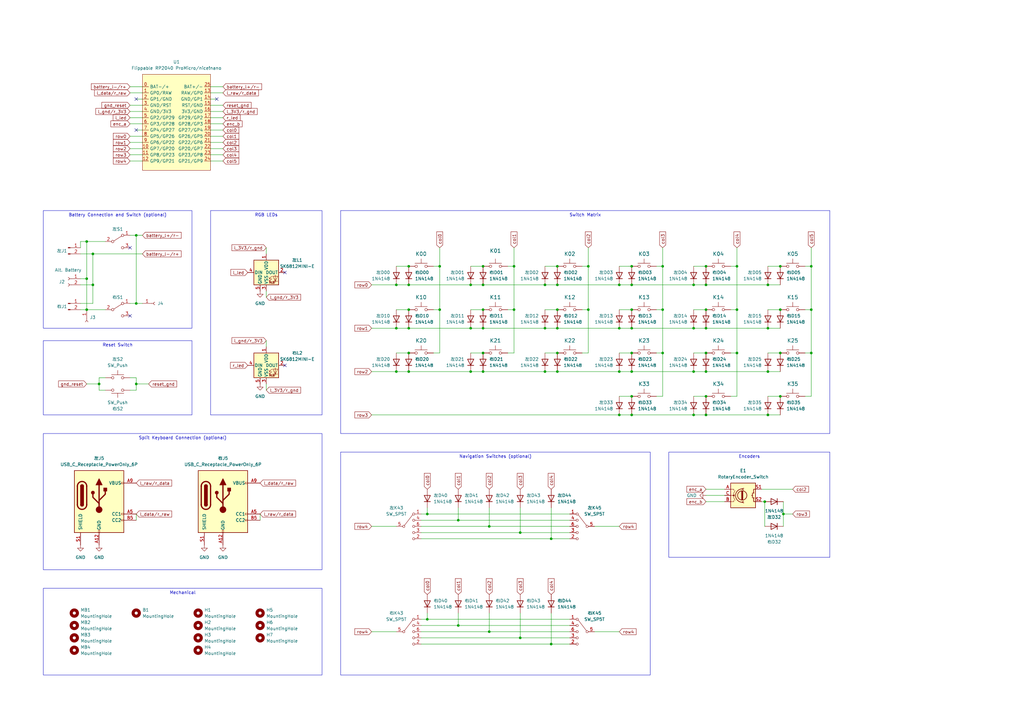
<source format=kicad_sch>
(kicad_sch (version 20230121) (generator eeschema)
  (paper "A3")
  (title_block (date "2024-02-09") (rev "rev1.0"))
  (junction (at 289.56 109.22))
  (junction (at 228.6 152.4))
  (junction (at 254 170.18))
  (junction (at 259.08 144.78))
  (junction (at 314.96 152.4))
  (junction (at 198.12 144.78))
  (junction (at 226.06 264.16))
  (junction (at 200.66 215.9))
  (junction (at 180.34 109.22))
  (junction (at 35.56 114.3))
  (junction (at 40.64 157.48))
  (junction (at 271.78 127))
  (junction (at 228.6 116.84))
  (junction (at 193.04 134.62))
  (junction (at 198.12 134.62))
  (junction (at 259.08 127))
  (junction (at 314.96 116.84))
  (junction (at 271.78 109.22))
  (junction (at 167.64 134.62))
  (junction (at 180.34 127))
  (junction (at 314.96 134.62))
  (junction (at 55.88 96.52))
  (junction (at 332.74 144.78))
  (junction (at 223.52 152.4))
  (junction (at 175.26 210.82))
  (junction (at 38.1 104.14))
  (junction (at 55.88 124.46))
  (junction (at 162.56 152.4))
  (junction (at 241.3 127))
  (junction (at 259.08 162.56))
  (junction (at 302.26 127))
  (junction (at 228.6 144.78))
  (junction (at 223.52 134.62))
  (junction (at 332.74 109.22))
  (junction (at 162.56 116.84))
  (junction (at 259.08 170.18))
  (junction (at 198.12 116.84))
  (junction (at 187.96 213.36))
  (junction (at 284.48 152.4))
  (junction (at 167.64 152.4))
  (junction (at 302.26 144.78))
  (junction (at 193.04 116.84))
  (junction (at 254 134.62))
  (junction (at 38.1 116.84))
  (junction (at 193.04 152.4))
  (junction (at 35.56 127))
  (junction (at 320.04 162.56))
  (junction (at 259.08 152.4))
  (junction (at 223.52 116.84))
  (junction (at 254 116.84))
  (junction (at 271.78 144.78))
  (junction (at 289.56 134.62))
  (junction (at 289.56 116.84))
  (junction (at 241.3 109.22))
  (junction (at 259.08 134.62))
  (junction (at 213.36 261.62))
  (junction (at 302.26 109.22))
  (junction (at 167.64 127))
  (junction (at 332.74 127))
  (junction (at 198.12 109.22))
  (junction (at 213.36 218.44))
  (junction (at 228.6 134.62))
  (junction (at 289.56 144.78))
  (junction (at 289.56 162.56))
  (junction (at 210.82 127))
  (junction (at 35.56 99.06))
  (junction (at 289.56 170.18))
  (junction (at 289.56 152.4))
  (junction (at 198.12 127))
  (junction (at 259.08 109.22))
  (junction (at 210.82 109.22))
  (junction (at 321.31 210.8062))
  (junction (at 320.04 127))
  (junction (at 228.6 127))
  (junction (at 167.64 144.78))
  (junction (at 167.64 109.22))
  (junction (at 187.96 256.54))
  (junction (at 167.64 116.84))
  (junction (at 198.12 152.4))
  (junction (at 284.48 170.18))
  (junction (at 228.6 109.22))
  (junction (at 314.96 170.18))
  (junction (at 284.48 116.84))
  (junction (at 162.56 134.62))
  (junction (at 175.26 254))
  (junction (at 320.04 144.78))
  (junction (at 55.88 157.48))
  (junction (at 259.08 116.84))
  (junction (at 313.6561 205.74))
  (junction (at 226.06 220.98))
  (junction (at 320.04 109.22))
  (junction (at 289.56 127))
  (junction (at 200.66 259.08))
  (junction (at 254 152.4))
  (junction (at 284.48 134.62))
  (no_connect (at 53.34 101.6))
  (no_connect (at 55.88 40.64))
  (no_connect (at 116.84 149.86))
  (no_connect (at 53.34 129.54))
  (no_connect (at 55.88 53.34))
  (no_connect (at 116.84 111.76))
  (no_connect (at 88.9 40.64))
  (wire (pts (xy 91.44 66.04) (xy 86.36 66.04)))
  (wire (pts (xy 314.96 170.18) (xy 320.04 170.18)))
  (wire (pts (xy 33.02 114.3) (xy 35.56 114.3)))
  (wire (pts (xy 172.72 218.44) (xy 213.36 218.44)))
  (wire (pts (xy 193.04 109.22) (xy 198.12 109.22)))
  (wire (pts (xy 314.96 144.78) (xy 320.04 144.78)))
  (wire (pts (xy 175.26 210.82) (xy 233.68 210.82)))
  (wire (pts (xy 241.3 101.6) (xy 241.3 109.22)))
  (wire (pts (xy 213.36 218.44) (xy 233.68 218.44)))
  (wire (pts (xy 55.88 96.52) (xy 55.88 124.46)))
  (wire (pts (xy 91.44 38.1) (xy 86.36 38.1)))
  (wire (pts (xy 314.96 134.62) (xy 320.04 134.62)))
  (wire (pts (xy 321.31 210.8062) (xy 321.31 215.9)))
  (wire (pts (xy 200.66 251.46) (xy 200.66 259.08)))
  (wire (pts (xy 55.88 160.02) (xy 53.34 160.02)))
  (wire (pts (xy 109.22 160.02) (xy 109.22 157.48)))
  (wire (pts (xy 200.66 259.08) (xy 233.68 259.08)))
  (wire (pts (xy 55.88 124.46) (xy 58.42 124.46)))
  (wire (pts (xy 223.52 144.78) (xy 228.6 144.78)))
  (wire (pts (xy 53.34 124.46) (xy 55.88 124.46)))
  (wire (pts (xy 33.02 116.84) (xy 38.1 116.84)))
  (wire (pts (xy 284.48 127) (xy 289.56 127)))
  (wire (pts (xy 332.74 144.78) (xy 330.2 144.78)))
  (wire (pts (xy 313.6561 205.74) (xy 313.6561 215.9)))
  (wire (pts (xy 332.74 109.22) (xy 332.74 127)))
  (wire (pts (xy 152.4 134.62) (xy 162.56 134.62)))
  (wire (pts (xy 162.56 215.9) (xy 152.4 215.9)))
  (wire (pts (xy 198.12 152.4) (xy 223.52 152.4)))
  (wire (pts (xy 314.96 127) (xy 320.04 127)))
  (wire (pts (xy 213.36 208.28) (xy 213.36 218.44)))
  (wire (pts (xy 109.22 101.6) (xy 109.22 104.14)))
  (wire (pts (xy 321.31 205.74) (xy 321.31 210.8062)))
  (wire (pts (xy 33.02 127) (xy 35.56 127)))
  (wire (pts (xy 162.56 134.62) (xy 167.64 134.62)))
  (wire (pts (xy 213.36 261.62) (xy 233.68 261.62)))
  (wire (pts (xy 223.52 109.22) (xy 228.6 109.22)))
  (wire (pts (xy 254 109.22) (xy 259.08 109.22)))
  (wire (pts (xy 271.78 162.56) (xy 269.24 162.56)))
  (wire (pts (xy 35.56 157.48) (xy 40.64 157.48)))
  (wire (pts (xy 162.56 109.22) (xy 167.64 109.22)))
  (wire (pts (xy 228.6 116.84) (xy 254 116.84)))
  (wire (pts (xy 284.48 109.22) (xy 289.56 109.22)))
  (wire (pts (xy 53.34 35.56) (xy 58.42 35.56)))
  (wire (pts (xy 226.06 208.28) (xy 226.06 220.98)))
  (wire (pts (xy 271.78 109.22) (xy 269.24 109.22)))
  (wire (pts (xy 210.82 127) (xy 208.28 127)))
  (wire (pts (xy 314.96 162.56) (xy 320.04 162.56)))
  (wire (pts (xy 152.4 170.18) (xy 254 170.18)))
  (wire (pts (xy 254 259.08) (xy 243.84 259.08)))
  (wire (pts (xy 106.68 210.82) (xy 106.68 213.36)))
  (wire (pts (xy 180.34 109.22) (xy 177.8 109.22)))
  (wire (pts (xy 325.12 200.66) (xy 312.42 200.66)))
  (wire (pts (xy 167.64 152.4) (xy 193.04 152.4)))
  (wire (pts (xy 314.96 109.22) (xy 320.04 109.22)))
  (wire (pts (xy 241.3 109.22) (xy 241.3 127)))
  (wire (pts (xy 210.82 101.6) (xy 210.82 109.22)))
  (wire (pts (xy 259.08 134.62) (xy 284.48 134.62)))
  (wire (pts (xy 40.64 160.02) (xy 43.18 160.02)))
  (wire (pts (xy 254 134.62) (xy 259.08 134.62)))
  (wire (pts (xy 271.78 144.78) (xy 271.78 162.56)))
  (wire (pts (xy 289.56 134.62) (xy 314.96 134.62)))
  (wire (pts (xy 53.34 63.5) (xy 58.42 63.5)))
  (wire (pts (xy 302.26 101.6) (xy 302.26 109.22)))
  (wire (pts (xy 210.82 144.78) (xy 208.28 144.78)))
  (wire (pts (xy 313.69 205.74) (xy 313.6561 205.74)))
  (wire (pts (xy 284.48 170.18) (xy 289.56 170.18)))
  (wire (pts (xy 200.66 208.28) (xy 200.66 215.9)))
  (wire (pts (xy 53.34 50.8) (xy 58.42 50.8)))
  (wire (pts (xy 259.08 116.84) (xy 284.48 116.84)))
  (wire (pts (xy 55.88 40.64) (xy 58.42 40.64)))
  (wire (pts (xy 314.96 152.4) (xy 320.04 152.4)))
  (wire (pts (xy 271.78 101.6) (xy 271.78 109.22)))
  (wire (pts (xy 254 144.78) (xy 259.08 144.78)))
  (wire (pts (xy 35.56 114.3) (xy 35.56 127)))
  (wire (pts (xy 226.06 251.46) (xy 226.06 264.16)))
  (wire (pts (xy 38.1 124.46) (xy 33.02 124.46)))
  (wire (pts (xy 162.56 144.78) (xy 167.64 144.78)))
  (wire (pts (xy 33.02 99.06) (xy 33.02 101.6)))
  (wire (pts (xy 241.3 144.78) (xy 238.76 144.78)))
  (wire (pts (xy 302.26 144.78) (xy 302.26 162.56)))
  (wire (pts (xy 332.74 162.56) (xy 330.2 162.56)))
  (wire (pts (xy 152.4 152.4) (xy 162.56 152.4)))
  (wire (pts (xy 55.88 96.52) (xy 53.34 96.52)))
  (wire (pts (xy 167.64 116.84) (xy 193.04 116.84)))
  (wire (pts (xy 180.34 101.6) (xy 180.34 109.22)))
  (wire (pts (xy 259.08 152.4) (xy 284.48 152.4)))
  (wire (pts (xy 35.56 127) (xy 43.18 127)))
  (wire (pts (xy 167.64 134.62) (xy 193.04 134.62)))
  (wire (pts (xy 302.26 144.78) (xy 299.72 144.78)))
  (wire (pts (xy 254 162.56) (xy 259.08 162.56)))
  (wire (pts (xy 302.26 127) (xy 302.26 144.78)))
  (wire (pts (xy 38.1 104.14) (xy 38.1 116.84)))
  (wire (pts (xy 55.88 154.94) (xy 53.34 154.94)))
  (wire (pts (xy 259.08 170.18) (xy 284.48 170.18)))
  (wire (pts (xy 55.88 96.52) (xy 58.42 96.52)))
  (wire (pts (xy 226.06 220.98) (xy 233.68 220.98)))
  (wire (pts (xy 162.56 152.4) (xy 167.64 152.4)))
  (wire (pts (xy 91.44 53.34) (xy 86.36 53.34)))
  (wire (pts (xy 223.52 152.4) (xy 228.6 152.4)))
  (wire (pts (xy 200.66 215.9) (xy 233.68 215.9)))
  (wire (pts (xy 180.34 109.22) (xy 180.34 127)))
  (wire (pts (xy 284.48 144.78) (xy 289.56 144.78)))
  (wire (pts (xy 228.6 134.62) (xy 254 134.62)))
  (wire (pts (xy 109.22 121.92) (xy 109.22 119.38)))
  (wire (pts (xy 91.44 43.18) (xy 86.36 43.18)))
  (wire (pts (xy 223.52 134.62) (xy 228.6 134.62)))
  (wire (pts (xy 86.36 45.72) (xy 91.44 45.72)))
  (wire (pts (xy 91.44 35.56) (xy 86.36 35.56)))
  (wire (pts (xy 314.96 116.84) (xy 320.04 116.84)))
  (wire (pts (xy 332.74 109.22) (xy 330.2 109.22)))
  (wire (pts (xy 172.72 220.98) (xy 226.06 220.98)))
  (wire (pts (xy 91.44 60.96) (xy 86.36 60.96)))
  (wire (pts (xy 53.34 48.26) (xy 58.42 48.26)))
  (wire (pts (xy 321.3238 210.82) (xy 321.31 210.8062)))
  (wire (pts (xy 284.48 162.56) (xy 289.56 162.56)))
  (wire (pts (xy 302.26 162.56) (xy 299.72 162.56)))
  (wire (pts (xy 187.96 213.36) (xy 233.68 213.36)))
  (wire (pts (xy 35.56 99.06) (xy 35.56 114.3)))
  (wire (pts (xy 60.96 157.48) (xy 55.88 157.48)))
  (wire (pts (xy 213.36 251.46) (xy 213.36 261.62)))
  (wire (pts (xy 193.04 152.4) (xy 198.12 152.4)))
  (wire (pts (xy 53.34 55.88) (xy 58.42 55.88)))
  (wire (pts (xy 332.74 127) (xy 332.74 144.78)))
  (wire (pts (xy 210.82 127) (xy 210.82 144.78)))
  (wire (pts (xy 172.72 264.16) (xy 226.06 264.16)))
  (wire (pts (xy 254 215.9) (xy 243.84 215.9)))
  (wire (pts (xy 289.56 170.18) (xy 314.96 170.18)))
  (wire (pts (xy 289.56 116.84) (xy 314.96 116.84)))
  (wire (pts (xy 180.34 127) (xy 180.34 144.78)))
  (wire (pts (xy 91.44 63.5) (xy 86.36 63.5)))
  (wire (pts (xy 187.96 251.46) (xy 187.96 256.54)))
  (wire (pts (xy 254 170.18) (xy 259.08 170.18)))
  (wire (pts (xy 175.26 210.82) (xy 172.72 210.82)))
  (wire (pts (xy 193.04 134.62) (xy 198.12 134.62)))
  (wire (pts (xy 302.26 109.22) (xy 299.72 109.22)))
  (wire (pts (xy 241.3 109.22) (xy 238.76 109.22)))
  (wire (pts (xy 226.06 264.16) (xy 233.68 264.16)))
  (wire (pts (xy 172.72 215.9) (xy 200.66 215.9)))
  (wire (pts (xy 55.88 53.34) (xy 58.42 53.34)))
  (wire (pts (xy 53.34 58.42) (xy 58.42 58.42)))
  (wire (pts (xy 162.56 116.84) (xy 167.64 116.84)))
  (wire (pts (xy 313.6561 205.74) (xy 312.42 205.74)))
  (wire (pts (xy 88.9 40.64) (xy 86.36 40.64)))
  (wire (pts (xy 172.72 261.62) (xy 213.36 261.62)))
  (wire (pts (xy 228.6 152.4) (xy 254 152.4)))
  (wire (pts (xy 53.34 60.96) (xy 58.42 60.96)))
  (wire (pts (xy 271.78 144.78) (xy 269.24 144.78)))
  (wire (pts (xy 271.78 127) (xy 271.78 144.78)))
  (wire (pts (xy 193.04 127) (xy 198.12 127)))
  (wire (pts (xy 284.48 116.84) (xy 289.56 116.84)))
  (wire (pts (xy 289.56 203.2) (xy 297.18 203.2)))
  (wire (pts (xy 175.26 254) (xy 175.26 251.46)))
  (wire (pts (xy 302.26 127) (xy 299.72 127)))
  (wire (pts (xy 55.88 210.82) (xy 55.88 213.36)))
  (wire (pts (xy 175.26 210.82) (xy 175.26 208.28)))
  (wire (pts (xy 187.96 208.28) (xy 187.96 213.36)))
  (wire (pts (xy 223.52 127) (xy 228.6 127)))
  (wire (pts (xy 172.72 254) (xy 175.26 254)))
  (wire (pts (xy 254 127) (xy 259.08 127)))
  (wire (pts (xy 187.96 256.54) (xy 233.68 256.54)))
  (wire (pts (xy 325.12 210.82) (xy 321.3238 210.82)))
  (wire (pts (xy 332.74 101.6) (xy 332.74 109.22)))
  (wire (pts (xy 289.56 205.74) (xy 297.18 205.74)))
  (wire (pts (xy 241.3 127) (xy 241.3 144.78)))
  (wire (pts (xy 53.34 45.72) (xy 58.42 45.72)))
  (wire (pts (xy 284.48 152.4) (xy 289.56 152.4)))
  (wire (pts (xy 109.22 139.7) (xy 109.22 142.24)))
  (wire (pts (xy 210.82 109.22) (xy 210.82 127)))
  (wire (pts (xy 332.74 127) (xy 330.2 127)))
  (wire (pts (xy 91.44 55.88) (xy 86.36 55.88)))
  (wire (pts (xy 254 152.4) (xy 259.08 152.4)))
  (wire (pts (xy 91.44 58.42) (xy 86.36 58.42)))
  (wire (pts (xy 33.02 99.06) (xy 35.56 99.06)))
  (wire (pts (xy 198.12 134.62) (xy 223.52 134.62)))
  (wire (pts (xy 210.82 109.22) (xy 208.28 109.22)))
  (wire (pts (xy 172.72 256.54) (xy 187.96 256.54)))
  (wire (pts (xy 271.78 127) (xy 269.24 127)))
  (wire (pts (xy 284.48 134.62) (xy 289.56 134.62)))
  (wire (pts (xy 35.56 99.06) (xy 43.18 99.06)))
  (wire (pts (xy 198.12 116.84) (xy 223.52 116.84)))
  (wire (pts (xy 91.44 50.8) (xy 86.36 50.8)))
  (wire (pts (xy 33.02 104.14) (xy 38.1 104.14)))
  (wire (pts (xy 162.56 127) (xy 167.64 127)))
  (wire (pts (xy 180.34 144.78) (xy 177.8 144.78)))
  (wire (pts (xy 271.78 109.22) (xy 271.78 127)))
  (wire (pts (xy 55.88 157.48) (xy 55.88 160.02)))
  (wire (pts (xy 40.64 154.94) (xy 40.64 157.48)))
  (wire (pts (xy 289.56 152.4) (xy 314.96 152.4)))
  (wire (pts (xy 53.34 43.18) (xy 58.42 43.18)))
  (wire (pts (xy 86.36 48.26) (xy 91.44 48.26)))
  (wire (pts (xy 175.26 254) (xy 233.68 254)))
  (wire (pts (xy 53.34 66.04) (xy 58.42 66.04)))
  (wire (pts (xy 332.74 144.78) (xy 332.74 162.56)))
  (wire (pts (xy 172.72 213.36) (xy 187.96 213.36)))
  (wire (pts (xy 180.34 127) (xy 177.8 127)))
  (wire (pts (xy 223.52 116.84) (xy 228.6 116.84)))
  (wire (pts (xy 162.56 259.08) (xy 152.4 259.08)))
  (wire (pts (xy 254 116.84) (xy 259.08 116.84)))
  (wire (pts (xy 40.64 154.94) (xy 43.18 154.94)))
  (wire (pts (xy 152.4 116.84) (xy 162.56 116.84)))
  (wire (pts (xy 302.26 109.22) (xy 302.26 127)))
  (wire (pts (xy 313.69 215.9) (xy 313.6561 215.9)))
  (wire (pts (xy 193.04 144.78) (xy 198.12 144.78)))
  (wire (pts (xy 55.88 154.94) (xy 55.88 157.48)))
  (wire (pts (xy 38.1 104.14) (xy 58.42 104.14)))
  (wire (pts (xy 38.1 116.84) (xy 38.1 124.46)))
  (wire (pts (xy 53.34 38.1) (xy 58.42 38.1)))
  (wire (pts (xy 193.04 116.84) (xy 198.12 116.84)))
  (wire (pts (xy 289.56 200.66) (xy 297.18 200.66)))
  (wire (pts (xy 241.3 127) (xy 238.76 127)))
  (wire (pts (xy 40.64 157.48) (xy 40.64 160.02)))
  (wire (pts (xy 172.72 259.08) (xy 200.66 259.08)))
  (text_box "Reset Switch\n" (at 17.78 139.7 0) (size 60.96 30.48) (effects (font (size 1.27 1.27)) (justify top)))
  (text_box "RGB LEDs" (at 86.36 86.36 0) (size 45.72 83.82) (effects (font (size 1.27 1.27)) (justify top)))
  (text_box "Encoders" (at 274.32 185.42 0) (size 66.04 43.18) (effects (font (size 1.27 1.27)) (justify top)))
  (text_box "Mechanical" (at 17.78 241.3 0) (size 114.3 35.56) (effects (font (size 1.27 1.27)) (justify top)))
  (text_box "Switch Matrix" (at 139.7 86.36 0) (size 200.66 91.44) (effects (font (size 1.27 1.27)) (justify top)))
  (text_box "Navigation Switches (optional)" (at 139.7 185.42 0) (size 127 91.44) (effects (font (size 1.27 1.27)) (justify top)))
  (text_box "Split Keyboard Connection (optional)" (at 17.78 177.8 0) (size 114.3 55.88) (effects (font (size 1.27 1.27)) (justify top)))
  (text_box "Battery Connection and Switch (optional)" (at 17.78 86.36 0) (size 60.96 48.26) (effects (font (size 1.27 1.27)) (justify top)))
  (global_label "row4" (shape input) (at 53.34 66.04 180) (property "Intersheetrefs" "${INTERSHEET_REFS}" (effects hide)))
  (global_label "row3" (shape input) (at 152.4 170.18 180) (property "Intersheetrefs" "${INTERSHEET_REFS}" (effects hide)))
  (global_label "gnd_reset" (shape input) (at 35.56 157.48 180) (property "Intersheetrefs" "${INTERSHEET_REFS}" (effects hide)))
  (global_label "enc_a" (shape input) (at 289.56 200.66 180) (property "Intersheetrefs" "${INTERSHEET_REFS}" (effects hide)))
  (global_label "col5" (shape input) (at 91.44 66.04 0) (property "Intersheetrefs" "${INTERSHEET_REFS}" (effects hide)))
  (global_label "row0" (shape input) (at 53.34 55.88 180) (property "Intersheetrefs" "${INTERSHEET_REFS}" (effects hide)))
  (global_label "battery_l+{slash}r-" (shape input) (at 58.42 96.52 0) (property "Intersheetrefs" "${INTERSHEET_REFS}" (effects hide)))
  (global_label "col3" (shape input) (at 213.36 243.84 90) (property "Intersheetrefs" "${INTERSHEET_REFS}" (effects hide)))
  (global_label "row0" (shape input) (at 152.4 116.84 180) (property "Intersheetrefs" "${INTERSHEET_REFS}" (effects hide)))
  (global_label "battery_l-{slash}r+" (shape input) (at 53.34 35.56 180) (property "Intersheetrefs" "${INTERSHEET_REFS}" (effects hide)))
  (global_label "l_3V3{slash}r_gnd" (shape input) (at 109.22 101.6 180) (property "Intersheetrefs" "${INTERSHEET_REFS}" (effects hide)))
  (global_label "row4" (shape input) (at 254 259.08 0) (property "Intersheetrefs" "${INTERSHEET_REFS}" (effects hide)))
  (global_label "reset_gnd" (shape input) (at 60.96 157.48 0) (property "Intersheetrefs" "${INTERSHEET_REFS}" (effects hide)))
  (global_label "col0" (shape input) (at 180.34 101.6 90) (property "Intersheetrefs" "${INTERSHEET_REFS}" (effects hide)))
  (global_label "row1" (shape input) (at 53.34 58.42 180) (property "Intersheetrefs" "${INTERSHEET_REFS}" (effects hide)))
  (global_label "col2" (shape input) (at 200.66 200.66 90) (property "Intersheetrefs" "${INTERSHEET_REFS}" (effects hide)))
  (global_label "l_led" (shape input) (at 53.34 48.26 180) (property "Intersheetrefs" "${INTERSHEET_REFS}" (effects hide)))
  (global_label "row4" (shape input) (at 152.4 259.08 180) (property "Intersheetrefs" "${INTERSHEET_REFS}" (effects hide)))
  (global_label "col4" (shape input) (at 226.06 243.84 90) (property "Intersheetrefs" "${INTERSHEET_REFS}" (effects hide)))
  (global_label "battery_l-{slash}r+" (shape input) (at 58.42 104.14 0) (property "Intersheetrefs" "${INTERSHEET_REFS}" (effects hide)))
  (global_label "col3" (shape input) (at 213.36 200.66 90) (property "Intersheetrefs" "${INTERSHEET_REFS}" (effects hide)))
  (global_label "col2" (shape input) (at 241.3 101.6 90) (property "Intersheetrefs" "${INTERSHEET_REFS}" (effects hide)))
  (global_label "l_data{slash}r_raw" (shape input) (at 106.68 198.12 0) (property "Intersheetrefs" "${INTERSHEET_REFS}" (effects hide)))
  (global_label "row2" (shape input) (at 53.34 60.96 180) (property "Intersheetrefs" "${INTERSHEET_REFS}" (effects hide)))
  (global_label "col2" (shape input) (at 91.44 58.42 0) (property "Intersheetrefs" "${INTERSHEET_REFS}" (effects hide)))
  (global_label "col5" (shape input) (at 332.74 101.6 90) (property "Intersheetrefs" "${INTERSHEET_REFS}" (effects hide)))
  (global_label "row4" (shape input) (at 152.4 215.9 180) (property "Intersheetrefs" "${INTERSHEET_REFS}" (effects hide)))
  (global_label "l_led" (shape input) (at 101.6 111.76 180) (property "Intersheetrefs" "${INTERSHEET_REFS}" (effects hide)))
  (global_label "row3" (shape input) (at 53.34 63.5 180) (property "Intersheetrefs" "${INTERSHEET_REFS}" (effects hide)))
  (global_label "l_data{slash}r_raw" (shape input) (at 55.88 210.82 0) (property "Intersheetrefs" "${INTERSHEET_REFS}" (effects hide)))
  (global_label "row4" (shape input) (at 254 215.9 0) (property "Intersheetrefs" "${INTERSHEET_REFS}" (effects hide)))
  (global_label "col4" (shape input) (at 91.44 63.5 0) (property "Intersheetrefs" "${INTERSHEET_REFS}" (effects hide)))
  (global_label "reset_gnd" (shape input) (at 91.44 43.18 0) (property "Intersheetrefs" "${INTERSHEET_REFS}" (effects hide)))
  (global_label "row1" (shape input) (at 152.4 134.62 180) (property "Intersheetrefs" "${INTERSHEET_REFS}" (effects hide)))
  (global_label "l_raw{slash}r_data" (shape input) (at 91.44 38.1 0) (property "Intersheetrefs" "${INTERSHEET_REFS}" (effects hide)))
  (global_label "row2" (shape input) (at 152.4 152.4 180) (property "Intersheetrefs" "${INTERSHEET_REFS}" (effects hide)))
  (global_label "l_3V3{slash}r_gnd" (shape input) (at 91.44 45.72 0) (property "Intersheetrefs" "${INTERSHEET_REFS}" (effects hide)))
  (global_label "enc_b" (shape input) (at 289.56 205.74 180) (property "Intersheetrefs" "${INTERSHEET_REFS}" (effects hide)))
  (global_label "col1" (shape input) (at 187.96 243.84 90) (property "Intersheetrefs" "${INTERSHEET_REFS}" (effects hide)))
  (global_label "col1" (shape input) (at 210.82 101.6 90) (property "Intersheetrefs" "${INTERSHEET_REFS}" (effects hide)))
  (global_label "col1" (shape input) (at 187.96 200.66 90) (property "Intersheetrefs" "${INTERSHEET_REFS}" (effects hide)))
  (global_label "enc_a" (shape input) (at 53.34 50.8 180) (property "Intersheetrefs" "${INTERSHEET_REFS}" (effects hide)))
  (global_label "l_gnd{slash}r_3V3" (shape input) (at 109.22 139.7 180) (property "Intersheetrefs" "${INTERSHEET_REFS}" (effects hide)))
  (global_label "r_led" (shape input) (at 101.6 149.86 180) (property "Intersheetrefs" "${INTERSHEET_REFS}" (effects hide)))
  (global_label "col4" (shape input) (at 226.06 200.66 90) (property "Intersheetrefs" "${INTERSHEET_REFS}" (effects hide)))
  (global_label "l_gnd{slash}r_3V3" (shape input) (at 109.22 121.92 0) (property "Intersheetrefs" "${INTERSHEET_REFS}" (effects hide)))
  (global_label "r_led" (shape input) (at 91.44 48.26 0) (property "Intersheetrefs" "${INTERSHEET_REFS}" (effects hide)))
  (global_label "row3" (shape input) (at 325.12 210.82 0) (property "Intersheetrefs" "${INTERSHEET_REFS}" (effects hide)))
  (global_label "l_3V3{slash}r_gnd" (shape input) (at 109.22 160.02 0) (property "Intersheetrefs" "${INTERSHEET_REFS}" (effects hide)))
  (global_label "col4" (shape input) (at 302.26 101.6 90) (property "Intersheetrefs" "${INTERSHEET_REFS}" (effects hide)))
  (global_label "gnd_reset" (shape input) (at 53.34 43.18 180) (property "Intersheetrefs" "${INTERSHEET_REFS}" (effects hide)))
  (global_label "col2" (shape input) (at 200.66 243.84 90) (property "Intersheetrefs" "${INTERSHEET_REFS}" (effects hide)))
  (global_label "enc_b" (shape input) (at 91.44 50.8 0) (property "Intersheetrefs" "${INTERSHEET_REFS}" (effects hide)))
  (global_label "col0" (shape input) (at 91.44 53.34 0) (property "Intersheetrefs" "${INTERSHEET_REFS}" (effects hide)))
  (global_label "l_gnd{slash}r_3V3" (shape input) (at 53.34 45.72 180) (property "Intersheetrefs" "${INTERSHEET_REFS}" (effects hide)))
  (global_label "battery_l+{slash}r-" (shape input) (at 91.44 35.56 0) (property "Intersheetrefs" "${INTERSHEET_REFS}" (effects hide)))
  (global_label "col2" (shape input) (at 325.12 200.66 0) (property "Intersheetrefs" "${INTERSHEET_REFS}" (effects hide)))
  (global_label "col3" (shape input) (at 91.44 60.96 0) (property "Intersheetrefs" "${INTERSHEET_REFS}" (effects hide)))
  (global_label "l_data{slash}r_raw" (shape input) (at 53.34 38.1 180) (property "Intersheetrefs" "${INTERSHEET_REFS}" (effects hide)))
  (global_label "col0" (shape input) (at 175.26 200.66 90) (property "Intersheetrefs" "${INTERSHEET_REFS}" (effects hide)))
  (global_label "col1" (shape input) (at 91.44 55.88 0) (property "Intersheetrefs" "${INTERSHEET_REFS}" (effects hide)))
  (global_label "col0" (shape input) (at 175.26 243.84 90) (property "Intersheetrefs" "${INTERSHEET_REFS}" (effects hide)))
  (global_label "col3" (shape input) (at 271.78 101.6 90) (property "Intersheetrefs" "${INTERSHEET_REFS}" (effects hide)))
  (global_label "l_raw{slash}r_data" (shape input) (at 106.68 210.82 0) (property "Intersheetrefs" "${INTERSHEET_REFS}" (effects hide)))
  (global_label "l_raw{slash}r_data" (shape input) (at 55.88 198.12 0) (property "Intersheetrefs" "${INTERSHEET_REFS}" (effects hide)))
  (symbol (lib_id "Switch:SW_Push") (at 325.12 162.56 0) (unit 1)
    (property "Reference" "K35" (at 325.12 157.48 0) (effects (font (size 1.524 1.524))))
    (property "Value" "KEYSW" (effects hide))
    (property "Footprint" "♥Project_Library:SW_choc_v1_HS_1u_Reversible" (effects hide))
  )
  (symbol (lib_id "Device:D") (at 254 130.81 270) (mirror x) (unit 1)
    (property "Reference" "左D13" (at 251.46 129.54 90) (effects (justify right)))
    (property "Value" "1N4148" (at 251.46 132.08 90) (effects (justify right)))
    (property "Footprint" "♥Project_Library:D_SOD-123" (effects hide))
    (property "Sim.Device" "D" (effects hide))
    (property "Sim.Pins" "1=K 2=A" (effects hide))
  )
  (symbol (lib_id "Mechanical:MountingHole") (at 30.48 261.62 0) (unit 1)
    (property "Reference" "MB3" (at 33.02 260.3499 0) (effects (justify left)))
    (property "Value" "MountingHole" (at 33.02 262.8899 0) (effects (justify left)))
    (property "Footprint" "beekeeb_lib:mousebites" (effects hide))
  )
  (symbol (lib_id "Device:D") (at 198.12 113.03 90) (unit 1)
    (property "Reference" "右D01" (at 200.66 111.76 90) (effects (justify right)))
    (property "Value" "1N4148" (at 200.66 114.3 90) (effects (justify right)))
    (property "Footprint" "♥Project_Library:D_SOD-123" (effects hide))
    (property "Sim.Device" "D" (effects hide))
    (property "Sim.Pins" "1=K 2=A" (effects hide))
  )
  (symbol (lib_id "♥Project_Library:SK6812MINI-E") (at 109.22 149.86 0) (unit 1)
    (property "Reference" "右L2" (at 121.92 144.78 0))
    (property "Value" "SK6812MINI-E" (at 121.92 147.32 0))
    (property "Footprint" "♥Project_Library:SK6812-MINI-E_Jumped_GND" (effects hide))
    (property "Datasheet" "https://cdn-shop.adafruit.com/product-files/2686/SK6812MINI_REV.01-1-2.pdf" (effects hide))
  )
  (symbol (lib_id "Device:D") (at 284.48 148.59 270) (mirror x) (unit 1)
    (property "Reference" "左D24" (at 281.94 147.32 90) (effects (justify right)))
    (property "Value" "1N4148" (at 281.94 149.86 90) (effects (justify right)))
    (property "Footprint" "♥Project_Library:D_SOD-123" (effects hide))
    (property "Sim.Device" "D" (effects hide))
    (property "Sim.Pins" "1=K 2=A" (effects hide))
  )
  (symbol (lib_id "Device:D") (at 320.04 166.37 90) (unit 1)
    (property "Reference" "右D35" (at 322.58 165.1 90) (effects (justify right)))
    (property "Value" "1N4148" (at 322.58 167.64 90) (effects (justify right)))
    (property "Footprint" "♥Project_Library:D_SOD-123" (effects hide))
    (property "Sim.Device" "D" (effects hide))
    (property "Sim.Pins" "1=K 2=A" (effects hide))
  )
  (symbol (lib_id "Connector:Conn_01x02_Pin") (at 27.94 101.6 0) (unit 1)
    (property "Reference" "左J1" (at 25.4 102.87 0))
    (property "Value" "Conn_01x02_Pin" (effects hide))
    (property "Footprint" "Connector_Molex:Molex_Pico-EZmate_78171-0002_1x02-1MP_P1.20mm_Vertical" (effects hide))
  )
  (symbol (lib_id "Device:D") (at 314.96 113.03 270) (mirror x) (unit 1)
    (property "Reference" "左D05" (at 312.42 111.76 90) (effects (justify right)))
    (property "Value" "1N4148" (at 312.42 114.3 90) (effects (justify right)))
    (property "Footprint" "♥Project_Library:D_SOD-123" (effects hide))
    (property "Sim.Device" "D" (effects hide))
    (property "Sim.Pins" "1=K 2=A" (effects hide))
  )
  (symbol (lib_id "Device:D") (at 317.5 205.74 0) (mirror y) (unit 1)
    (property "Reference" "左D32" (at 317.5 212.09 0))
    (property "Value" "1N4148" (at 317.5 209.55 0))
    (property "Footprint" "♥Project_Library:D_SOD-123" (effects hide))
    (property "Sim.Device" "D" (effects hide))
    (property "Sim.Pins" "1=K 2=A" (effects hide))
  )
  (symbol (lib_id "Switch:SW_Push") (at 48.26 154.94 0) (unit 1)
    (property "Reference" "左S2" (at 48.26 147.32 0))
    (property "Value" "SW_Push" (at 48.26 149.86 0))
    (property "Footprint" "Button_Switch_SMD:SW_SPST_TL3342" (effects hide))
  )
  (symbol (lib_id "Device:D") (at 289.56 113.03 90) (unit 1)
    (property "Reference" "右D04" (at 292.1 111.76 90) (effects (justify right)))
    (property "Value" "1N4148" (at 292.1 114.3 90) (effects (justify right)))
    (property "Footprint" "♥Project_Library:D_SOD-123" (effects hide))
    (property "Sim.Device" "D" (effects hide))
    (property "Sim.Pins" "1=K 2=A" (effects hide))
  )
  (symbol (lib_id "Switch:SW_SPDT") (at 48.26 127 0) (unit 1)
    (property "Reference" "右S1" (at 48.26 121.92 0))
    (property "Value" "SW_SPST" (effects hide))
    (property "Footprint" "♥Project_Library:SW_SPDT_PCM12_Reversible" (effects hide))
  )
  (symbol (lib_id "Device:D") (at 162.56 148.59 270) (mirror x) (unit 1)
    (property "Reference" "左D20" (at 160.02 147.32 90) (effects (justify right)))
    (property "Value" "1N4148" (at 160.02 149.86 90) (effects (justify right)))
    (property "Footprint" "♥Project_Library:D_SOD-123" (effects hide))
    (property "Sim.Device" "D" (effects hide))
    (property "Sim.Pins" "1=K 2=A" (effects hide))
  )
  (symbol (lib_id "Device:D") (at 193.04 130.81 270) (mirror x) (unit 1)
    (property "Reference" "左D11" (at 190.5 129.54 90) (effects (justify right)))
    (property "Value" "1N4148" (at 190.5 132.08 90) (effects (justify right)))
    (property "Footprint" "♥Project_Library:D_SOD-123" (effects hide))
    (property "Sim.Device" "D" (effects hide))
    (property "Sim.Pins" "1=K 2=A" (effects hide))
  )
  (symbol (lib_id "Device:D") (at 320.04 148.59 90) (unit 1)
    (property "Reference" "右D25" (at 322.58 147.32 90) (effects (justify right)))
    (property "Value" "1N4148" (at 322.58 149.86 90) (effects (justify right)))
    (property "Footprint" "♥Project_Library:D_SOD-123" (effects hide))
    (property "Sim.Device" "D" (effects hide))
    (property "Sim.Pins" "1=K 2=A" (effects hide))
  )
  (symbol (lib_id "Switch:SW_Push") (at 294.64 144.78 0) (unit 1)
    (property "Reference" "K24" (at 294.64 139.7 0) (effects (font (size 1.524 1.524))))
    (property "Value" "KEYSW" (effects hide))
    (property "Footprint" "♥Project_Library:SW_choc_v1_HS_1u_Reversible" (effects hide))
  )
  (symbol (lib_id "Mechanical:MountingHole") (at 106.68 256.54 0) (unit 1)
    (property "Reference" "H6" (at 109.22 255.2699 0) (effects (justify left)))
    (property "Value" "MountingHole" (at 109.22 257.8099 0) (effects (justify left)))
    (property "Footprint" "MountingHole:MountingHole_2.2mm_M2" (effects hide))
  )
  (symbol (lib_id "Switch:SW_Push") (at 172.72 109.22 0) (unit 1)
    (property "Reference" "K00" (at 172.72 104.14 0) (effects (font (size 1.524 1.524))))
    (property "Value" "KEYSW" (effects hide))
    (property "Footprint" "♥Project_Library:SW_choc_v1_HS_1u_Reversible_Opposing" (effects hide))
  )
  (symbol (lib_id "Mechanical:MountingHole") (at 81.28 266.7 0) (unit 1)
    (property "Reference" "H4" (at 83.82 265.4299 0) (effects (justify left)))
    (property "Value" "MountingHole" (at 83.82 267.9699 0) (effects (justify left)))
    (property "Footprint" "MountingHole:MountingHole_2.2mm_M2" (effects hide))
  )
  (symbol (lib_id "power:GND") (at 106.68 157.48 0) (unit 1)
    (property "Reference" "#PWR02" (effects hide))
    (property "Value" "GND" (at 106.68 162.56 0))
  )
  (symbol (lib_id "Device:D") (at 284.48 130.81 270) (mirror x) (unit 1)
    (property "Reference" "左D14" (at 281.94 129.54 90) (effects (justify right)))
    (property "Value" "1N4148" (at 281.94 132.08 90) (effects (justify right)))
    (property "Footprint" "♥Project_Library:D_SOD-123" (effects hide))
    (property "Sim.Device" "D" (effects hide))
    (property "Sim.Pins" "1=K 2=A" (effects hide))
  )
  (symbol (lib_id "Switch:SW_Push") (at 325.12 127 0) (unit 1)
    (property "Reference" "K15" (at 325.12 121.92 0) (effects (font (size 1.524 1.524))))
    (property "Value" "KEYSW" (effects hide))
    (property "Footprint" "♥Project_Library:SW_choc_v1_HS_1u_Reversible" (effects hide))
  )
  (symbol (lib_id "Device:D") (at 259.08 148.59 90) (unit 1)
    (property "Reference" "右D23" (at 261.62 147.32 90) (effects (justify right)))
    (property "Value" "1N4148" (at 261.62 149.86 90) (effects (justify right)))
    (property "Footprint" "♥Project_Library:D_SOD-123" (effects hide))
    (property "Sim.Device" "D" (effects hide))
    (property "Sim.Pins" "1=K 2=A" (effects hide))
  )
  (symbol (lib_id "Device:D") (at 228.6 130.81 90) (unit 1)
    (property "Reference" "右D12" (at 231.14 129.54 90) (effects (justify right)))
    (property "Value" "1N4148" (at 231.14 132.08 90) (effects (justify right)))
    (property "Footprint" "♥Project_Library:D_SOD-123" (effects hide))
    (property "Sim.Device" "D" (effects hide))
    (property "Sim.Pins" "1=K 2=A" (effects hide))
  )
  (symbol (lib_id "Device:D") (at 200.66 204.47 90) (unit 1)
    (property "Reference" "左D42" (at 203.2 203.2 90) (effects (justify right)))
    (property "Value" "1N4148" (at 203.2 205.74 90) (effects (justify right)))
    (property "Footprint" "♥Project_Library:D_SOD-123" (effects hide))
    (property "Sim.Device" "D" (effects hide))
    (property "Sim.Pins" "1=K 2=A" (effects hide))
  )
  (symbol (lib_id "Mechanical:MountingHole") (at 30.48 256.54 0) (unit 1)
    (property "Reference" "MB2" (at 33.02 255.2699 0) (effects (justify left)))
    (property "Value" "MountingHole" (at 33.02 257.8099 0) (effects (justify left)))
    (property "Footprint" "beekeeb_lib:mousebites" (effects hide))
  )
  (symbol (lib_id "Mechanical:MountingHole") (at 106.68 261.62 0) (unit 1)
    (property "Reference" "H7" (at 109.22 260.3499 0) (effects (justify left)))
    (property "Value" "MountingHole" (at 109.22 262.8899 0) (effects (justify left)))
    (property "Footprint" "MountingHole:MountingHole_2.2mm_M2" (effects hide))
  )
  (symbol (lib_id "Mechanical:MountingHole") (at 81.28 256.54 0) (unit 1)
    (property "Reference" "H2" (at 83.82 255.2699 0) (effects (justify left)))
    (property "Value" "MountingHole" (at 83.82 257.8099 0) (effects (justify left)))
    (property "Footprint" "MountingHole:MountingHole_2.2mm_M2" (effects hide))
  )
  (symbol (lib_id "Mechanical:MountingHole") (at 106.68 251.46 0) (unit 1)
    (property "Reference" "H5" (at 109.22 250.1899 0) (effects (justify left)))
    (property "Value" "MountingHole" (at 109.22 252.7299 0) (effects (justify left)))
    (property "Footprint" "MountingHole:MountingHole_2.2mm_M2" (effects hide))
  )
  (symbol (lib_id "Device:D") (at 200.66 247.65 90) (unit 1)
    (property "Reference" "右D42" (at 203.2 246.38 90) (effects (justify right)))
    (property "Value" "1N4148" (at 203.2 248.92 90) (effects (justify right)))
    (property "Footprint" "♥Project_Library:D_SOD-123" (effects hide))
    (property "Sim.Device" "D" (effects hide))
    (property "Sim.Pins" "1=K 2=A" (effects hide))
  )
  (symbol (lib_id "Switch:SW_Push") (at 264.16 109.22 0) (unit 1)
    (property "Reference" "K03" (at 264.16 104.14 0) (effects (font (size 1.524 1.524))))
    (property "Value" "KEYSW" (effects hide))
    (property "Footprint" "♥Project_Library:SW_choc_v1_HS_1u_Reversible" (effects hide))
  )
  (symbol (lib_id "power:GND") (at 289.56 203.2 270) (unit 1)
    (property "Reference" "#PWR05" (effects hide))
    (property "Value" "GND" (at 285.75 203.2 90) (effects (justify right)))
  )
  (symbol (lib_id "Device:D") (at 213.36 204.47 90) (unit 1)
    (property "Reference" "左D43" (at 215.9 203.2 90) (effects (justify right)))
    (property "Value" "1N4148" (at 215.9 205.74 90) (effects (justify right)))
    (property "Footprint" "♥Project_Library:D_SOD-123" (effects hide))
    (property "Sim.Device" "D" (effects hide))
    (property "Sim.Pins" "1=K 2=A" (effects hide))
  )
  (symbol (lib_id "Device:D") (at 223.52 148.59 270) (mirror x) (unit 1)
    (property "Reference" "左D22" (at 220.98 147.32 90) (effects (justify right)))
    (property "Value" "1N4148" (at 220.98 149.86 90) (effects (justify right)))
    (property "Footprint" "♥Project_Library:D_SOD-123" (effects hide))
    (property "Sim.Device" "D" (effects hide))
    (property "Sim.Pins" "1=K 2=A" (effects hide))
  )
  (symbol (lib_id "power:GND") (at 106.68 119.38 0) (unit 1)
    (property "Reference" "#PWR01" (effects hide))
    (property "Value" "GND" (at 106.68 124.46 0))
  )
  (symbol (lib_id "♥Project_Library:SW_SP5T") (at 167.64 213.36 0) (unit 1)
    (property "Reference" "左K43" (at 162.56 208.28 0))
    (property "Value" "SW_SP5T" (at 162.56 210.82 0))
    (property "Footprint" "♥Project_Library:Nav_Switch_SKRHAxE010" (effects hide))
  )
  (symbol (lib_id "Switch:SW_Push") (at 233.68 109.22 0) (unit 1)
    (property "Reference" "K02" (at 233.68 104.14 0) (effects (font (size 1.524 1.524))))
    (property "Value" "KEYSW" (effects hide))
    (property "Footprint" "♥Project_Library:SW_choc_v1_HS_1u_Reversible" (effects hide))
  )
  (symbol (lib_id "Switch:SW_Push") (at 203.2 127 0) (unit 1)
    (property "Reference" "K11" (at 203.2 121.92 0) (effects (font (size 1.524 1.524))))
    (property "Value" "KEYSW" (effects hide))
    (property "Footprint" "♥Project_Library:SW_choc_v1_HS_1u_Reversible_Opposing" (effects hide))
  )
  (symbol (lib_name "GND_1") (lib_id "power:GND") (at 33.02 223.52 0) (unit 1)
    (property "Reference" "#PWR03" (effects hide))
    (property "Value" "GND" (at 33.02 228.6 0))
  )
  (symbol (lib_id "Device:D") (at 254 166.37 270) (mirror x) (unit 1)
    (property "Reference" "左D33" (at 251.46 165.1 90) (effects (justify right)))
    (property "Value" "1N4148" (at 251.46 167.64 90) (effects (justify right)))
    (property "Footprint" "♥Project_Library:D_SOD-123" (effects hide))
    (property "Sim.Device" "D" (effects hide))
    (property "Sim.Pins" "1=K 2=A" (effects hide))
  )
  (symbol (lib_id "Switch:SW_Push") (at 233.68 144.78 0) (unit 1)
    (property "Reference" "K22" (at 233.68 139.7 0) (effects (font (size 1.524 1.524))))
    (property "Value" "KEYSW" (effects hide))
    (property "Footprint" "♥Project_Library:SW_choc_v1_HS_1u_Reversible" (effects hide))
  )
  (symbol (lib_id "♥Project_Library:SW_SP5T") (at 167.64 256.54 0) (unit 1)
    (property "Reference" "右K43" (at 162.56 251.46 0))
    (property "Value" "SW_SP5T" (at 162.56 254 0))
    (property "Footprint" "♥Project_Library:Nav_Switch_SKRHAxE010" (effects hide))
  )
  (symbol (lib_id "Mechanical:MountingHole") (at 30.48 251.46 0) (unit 1)
    (property "Reference" "MB1" (at 33.02 250.1899 0) (effects (justify left)))
    (property "Value" "MountingHole" (at 33.02 252.7299 0) (effects (justify left)))
    (property "Footprint" "beekeeb_lib:mousebites" (effects hide))
  )
  (symbol (lib_id "Device:D") (at 175.26 204.47 90) (unit 1)
    (property "Reference" "左D40" (at 177.8 203.2 90) (effects (justify right)))
    (property "Value" "1N4148" (at 177.8 205.74 90) (effects (justify right)))
    (property "Footprint" "♥Project_Library:D_SOD-123" (effects hide))
    (property "Sim.Device" "D" (effects hide))
    (property "Sim.Pins" "1=K 2=A" (effects hide))
  )
  (symbol (lib_id "Switch:SW_SPDT") (at 48.26 99.06 0) (unit 1)
    (property "Reference" "左S1" (at 48.26 93.98 0))
    (property "Value" "SW_SPST" (effects hide))
    (property "Footprint" "♥Project_Library:SW_SPDT_PCM12_Reversible" (effects hide))
  )
  (symbol (lib_id "Switch:SW_Push") (at 294.64 109.22 0) (unit 1)
    (property "Reference" "K04" (at 294.64 104.14 0) (effects (font (size 1.524 1.524))))
    (property "Value" "KEYSW" (effects hide))
    (property "Footprint" "♥Project_Library:SW_choc_v1_HS_1u_Reversible" (effects hide))
  )
  (symbol (lib_id "Device:D") (at 226.06 247.65 90) (unit 1)
    (property "Reference" "右D44" (at 228.6 246.38 90) (effects (justify right)))
    (property "Value" "1N4148" (at 228.6 248.92 90) (effects (justify right)))
    (property "Footprint" "♥Project_Library:D_SOD-123" (effects hide))
    (property "Sim.Device" "D" (effects hide))
    (property "Sim.Pins" "1=K 2=A" (effects hide))
  )
  (symbol (lib_id "Device:D") (at 223.52 130.81 270) (mirror x) (unit 1)
    (property "Reference" "左D12" (at 220.98 129.54 90) (effects (justify right)))
    (property "Value" "1N4148" (at 220.98 132.08 90) (effects (justify right)))
    (property "Footprint" "♥Project_Library:D_SOD-123" (effects hide))
    (property "Sim.Device" "D" (effects hide))
    (property "Sim.Pins" "1=K 2=A" (effects hide))
  )
  (symbol (lib_id "Device:D") (at 254 148.59 270) (mirror x) (unit 1)
    (property "Reference" "左D23" (at 251.46 147.32 90) (effects (justify right)))
    (property "Value" "1N4148" (at 251.46 149.86 90) (effects (justify right)))
    (property "Footprint" "♥Project_Library:D_SOD-123" (effects hide))
    (property "Sim.Device" "D" (effects hide))
    (property "Sim.Pins" "1=K 2=A" (effects hide))
  )
  (symbol (lib_id "♥Project_Library:SW_SP5T") (at 238.76 213.36 0) (mirror y) (unit 1)
    (property "Reference" "左K45" (at 243.84 208.28 0))
    (property "Value" "SW_SP5T" (at 243.84 210.82 0))
    (property "Footprint" "♥Project_Library:Nav_Switch_SKRHAxE010" (effects hide))
  )
  (symbol (lib_id "Device:D") (at 167.64 148.59 90) (unit 1)
    (property "Reference" "右D20" (at 170.18 147.32 90) (effects (justify right)))
    (property "Value" "1N4148" (at 170.18 149.86 90) (effects (justify right)))
    (property "Footprint" "♥Project_Library:D_SOD-123" (effects hide))
    (property "Sim.Device" "D" (effects hide))
    (property "Sim.Pins" "1=K 2=A" (effects hide))
  )
  (symbol (lib_id "Switch:SW_Push") (at 264.16 162.56 0) (unit 1)
    (property "Reference" "K33" (at 264.16 157.48 0) (effects (font (size 1.524 1.524))))
    (property "Value" "KEYSW" (effects hide))
    (property "Footprint" "♥Project_Library:SW_choc_v1_HS_1u_Reversible" (effects hide))
  )
  (symbol (lib_id "Device:D") (at 167.64 113.03 90) (unit 1)
    (property "Reference" "右D00" (at 170.18 111.76 90) (effects (justify right)))
    (property "Value" "1N4148" (at 170.18 114.3 90) (effects (justify right)))
    (property "Footprint" "♥Project_Library:D_SOD-123" (effects hide))
    (property "Sim.Device" "D" (effects hide))
    (property "Sim.Pins" "1=K 2=A" (effects hide))
  )
  (symbol (lib_name "GND_1") (lib_id "power:GND") (at 91.44 223.52 0) (unit 1)
    (property "Reference" "#PWR08" (effects hide))
    (property "Value" "GND" (at 91.44 228.6 0))
  )
  (symbol (lib_id "Device:D") (at 213.36 247.65 90) (unit 1)
    (property "Reference" "右D43" (at 215.9 246.38 90) (effects (justify right)))
    (property "Value" "1N4148" (at 215.9 248.92 90) (effects (justify right)))
    (property "Footprint" "♥Project_Library:D_SOD-123" (effects hide))
    (property "Sim.Device" "D" (effects hide))
    (property "Sim.Pins" "1=K 2=A" (effects hide))
  )
  (symbol (lib_id "Device:D") (at 259.08 113.03 90) (unit 1)
    (property "Reference" "右D03" (at 261.62 111.76 90) (effects (justify right)))
    (property "Value" "1N4148" (at 261.62 114.3 90) (effects (justify right)))
    (property "Footprint" "♥Project_Library:D_SOD-123" (effects hide))
    (property "Sim.Device" "D" (effects hide))
    (property "Sim.Pins" "1=K 2=A" (effects hide))
  )
  (symbol (lib_id "Connector:USB_C_Receptacle_PowerOnly_6P") (at 91.44 205.74 0) (unit 1)
    (property "Reference" "右J5" (at 91.44 187.96 0))
    (property "Value" "USB_C_Receptacle_PowerOnly_6P" (at 91.44 190.5 0))
    (property "Footprint" "♥Project_Library:CUI_UJC-HP-L-G-5-MSMT-TR_Reversible_Optional" (effects hide))
    (property "Datasheet" "https://www.usb.org/sites/default/files/documents/usb_type-c.zip" (effects hide))
  )
  (symbol (lib_id "Connector:Conn_01x01_Socket") (at 35.56 132.08 270) (unit 1)
    (property "Reference" "J3" (at 36.83 130.175 90) (effects (justify left)))
    (property "Value" "Conn_01x01_Socket" (effects hide))
    (property "Footprint" "beekeeb_lib:SinglePad" (effects hide))
  )
  (symbol (lib_id "Connector:Conn_01x02_Socket") (at 27.94 114.3 0) (mirror y) (unit 1)
    (property "Reference" "J2" (at 25.4 115.57 0))
    (property "Value" "Alt. Battery" (at 27.94 110.744 0))
    (property "Footprint" "Connector_PinHeader_2.54mm:PinHeader_1x02_P2.54mm_Vertical" (effects hide))
  )
  (symbol (lib_id "Device:D") (at 259.08 166.37 90) (unit 1)
    (property "Reference" "右D33" (at 261.62 165.1 90) (effects (justify right)))
    (property "Value" "1N4148" (at 261.62 167.64 90) (effects (justify right)))
    (property "Footprint" "♥Project_Library:D_SOD-123" (effects hide))
    (property "Sim.Device" "D" (effects hide))
    (property "Sim.Pins" "1=K 2=A" (effects hide))
  )
  (symbol (lib_id "Connector:Conn_01x02_Pin") (at 27.94 124.46 0) (unit 1)
    (property "Reference" "右J1" (at 25.4 125.73 0))
    (property "Value" "Conn_01x02_Pin" (effects hide))
    (property "Footprint" "Connector_Molex:Molex_Pico-EZmate_78171-0002_1x02-1MP_P1.20mm_Vertical" (effects hide))
  )
  (symbol (lib_id "Device:D") (at 167.64 130.81 90) (unit 1)
    (property "Reference" "右D10" (at 170.18 129.54 90) (effects (justify right)))
    (property "Value" "1N4148" (at 170.18 132.08 90) (effects (justify right)))
    (property "Footprint" "♥Project_Library:D_SOD-123" (effects hide))
    (property "Sim.Device" "D" (effects hide))
    (property "Sim.Pins" "1=K 2=A" (effects hide))
  )
  (symbol (lib_id "Device:D") (at 320.04 130.81 90) (unit 1)
    (property "Reference" "右D15" (at 322.58 129.54 90) (effects (justify right)))
    (property "Value" "1N4148" (at 322.58 132.08 90) (effects (justify right)))
    (property "Footprint" "♥Project_Library:D_SOD-123" (effects hide))
    (property "Sim.Device" "D" (effects hide))
    (property "Sim.Pins" "1=K 2=A" (effects hide))
  )
  (symbol (lib_id "Device:D") (at 228.6 148.59 90) (unit 1)
    (property "Reference" "右D22" (at 231.14 147.32 90) (effects (justify right)))
    (property "Value" "1N4148" (at 231.14 149.86 90) (effects (justify right)))
    (property "Footprint" "♥Project_Library:D_SOD-123" (effects hide))
    (property "Sim.Device" "D" (effects hide))
    (property "Sim.Pins" "1=K 2=A" (effects hide))
  )
  (symbol (lib_id "Device:D") (at 289.56 166.37 90) (unit 1)
    (property "Reference" "右D34" (at 292.1 165.1 90) (effects (justify right)))
    (property "Value" "1N4148" (at 292.1 167.64 90) (effects (justify right)))
    (property "Footprint" "♥Project_Library:D_SOD-123" (effects hide))
    (property "Sim.Device" "D" (effects hide))
    (property "Sim.Pins" "1=K 2=A" (effects hide))
  )
  (symbol (lib_id "Device:D") (at 259.08 130.81 90) (unit 1)
    (property "Reference" "右D13" (at 261.62 129.54 90) (effects (justify right)))
    (property "Value" "1N4148" (at 261.62 132.08 90) (effects (justify right)))
    (property "Footprint" "♥Project_Library:D_SOD-123" (effects hide))
    (property "Sim.Device" "D" (effects hide))
    (property "Sim.Pins" "1=K 2=A" (effects hide))
  )
  (symbol (lib_id "Switch:SW_Push") (at 172.72 144.78 0) (unit 1)
    (property "Reference" "K20" (at 172.72 139.7 0) (effects (font (size 1.524 1.524))))
    (property "Value" "KEYSW" (effects hide))
    (property "Footprint" "♥Project_Library:SW_choc_v1_HS_1u_Reversible_Opposing" (effects hide))
  )
  (symbol (lib_id "Device:D") (at 314.96 148.59 270) (mirror x) (unit 1)
    (property "Reference" "左D25" (at 312.42 147.32 90) (effects (justify right)))
    (property "Value" "1N4148" (at 312.42 149.86 90) (effects (justify right)))
    (property "Footprint" "♥Project_Library:D_SOD-123" (effects hide))
    (property "Sim.Device" "D" (effects hide))
    (property "Sim.Pins" "1=K 2=A" (effects hide))
  )
  (symbol (lib_id "Device:D") (at 289.56 148.59 90) (unit 1)
    (property "Reference" "右D24" (at 292.1 147.32 90) (effects (justify right)))
    (property "Value" "1N4148" (at 292.1 149.86 90) (effects (justify right)))
    (property "Footprint" "♥Project_Library:D_SOD-123" (effects hide))
    (property "Sim.Device" "D" (effects hide))
    (property "Sim.Pins" "1=K 2=A" (effects hide))
  )
  (symbol (lib_name "GND_1") (lib_id "power:GND") (at 83.82 223.52 0) (unit 1)
    (property "Reference" "#PWR04" (effects hide))
    (property "Value" "GND" (at 83.82 228.6 0))
  )
  (symbol (lib_id "Device:D") (at 198.12 130.81 90) (unit 1)
    (property "Reference" "右D11" (at 200.66 129.54 90) (effects (justify right)))
    (property "Value" "1N4148" (at 200.66 132.08 90) (effects (justify right)))
    (property "Footprint" "♥Project_Library:D_SOD-123" (effects hide))
    (property "Sim.Device" "D" (effects hide))
    (property "Sim.Pins" "1=K 2=A" (effects hide))
  )
  (symbol (lib_id "Switch:SW_Push") (at 264.16 144.78 0) (unit 1)
    (property "Reference" "K23" (at 264.16 139.7 0) (effects (font (size 1.524 1.524))))
    (property "Value" "KEYSW" (effects hide))
    (property "Footprint" "♥Project_Library:SW_choc_v1_HS_1u_Reversible" (effects hide))
  )
  (symbol (lib_id "Connector:Conn_01x01_Socket") (at 63.5 124.46 0) (unit 1)
    (property "Reference" "J4" (at 64.6 124.46 0) (effects (justify left)))
    (property "Value" "Conn_01x01_Socket" (effects hide))
    (property "Footprint" "beekeeb_lib:SinglePad" (effects hide))
  )
  (symbol (lib_id "Switch:SW_Push") (at 172.72 127 0) (unit 1)
    (property "Reference" "K10" (at 172.72 121.92 0) (effects (font (size 1.524 1.524))))
    (property "Value" "KEYSW" (effects hide))
    (property "Footprint" "♥Project_Library:SW_choc_v1_HS_1u_Reversible_Opposing" (effects hide))
  )
  (symbol (lib_id "Switch:SW_Push") (at 203.2 109.22 0) (unit 1)
    (property "Reference" "K01" (at 203.2 102.87 0) (effects (font (size 1.524 1.524))))
    (property "Value" "KEYSW" (effects hide))
    (property "Footprint" "♥Project_Library:SW_choc_v1_HS_1u_Reversible_Opposing" (effects hide))
  )
  (symbol (lib_id "♥Project_Library:SK6812MINI-E") (at 109.22 111.76 0) (unit 1)
    (property "Reference" "左L1" (at 121.92 106.68 0))
    (property "Value" "SK6812MINI-E" (at 121.92 109.22 0))
    (property "Footprint" "♥Project_Library:SK6812-MINI-E_Jumped_GND" (effects hide))
    (property "Datasheet" "https://cdn-shop.adafruit.com/product-files/2686/SK6812MINI_REV.01-1-2.pdf" (effects hide))
  )
  (symbol (lib_id "Device:D") (at 314.96 166.37 270) (mirror x) (unit 1)
    (property "Reference" "左D35" (at 312.42 165.1 90) (effects (justify right)))
    (property "Value" "1N4148" (at 312.42 167.64 90) (effects (justify right)))
    (property "Footprint" "♥Project_Library:D_SOD-123" (effects hide))
    (property "Sim.Device" "D" (effects hide))
    (property "Sim.Pins" "1=K 2=A" (effects hide))
  )
  (symbol (lib_id "Device:D") (at 162.56 130.81 270) (mirror x) (unit 1)
    (property "Reference" "左D10" (at 160.02 129.54 90) (effects (justify right)))
    (property "Value" "1N4148" (at 160.02 132.08 90) (effects (justify right)))
    (property "Footprint" "♥Project_Library:D_SOD-123" (effects hide))
    (property "Sim.Device" "D" (effects hide))
    (property "Sim.Pins" "1=K 2=A" (effects hide))
  )
  (symbol (lib_id "Device:D") (at 162.56 113.03 270) (mirror x) (unit 1)
    (property "Reference" "左D00" (at 160.02 111.76 90) (effects (justify right)))
    (property "Value" "1N4148" (at 160.02 114.3 90) (effects (justify right)))
    (property "Footprint" "♥Project_Library:D_SOD-123" (effects hide))
    (property "Sim.Device" "D" (effects hide))
    (property "Sim.Pins" "1=K 2=A" (effects hide))
  )
  (symbol (lib_id "Device:D") (at 226.06 204.47 90) (unit 1)
    (property "Reference" "左D44" (at 228.6 203.2 90) (effects (justify right)))
    (property "Value" "1N4148" (at 228.6 205.74 90) (effects (justify right)))
    (property "Footprint" "♥Project_Library:D_SOD-123" (effects hide))
    (property "Sim.Device" "D" (effects hide))
    (property "Sim.Pins" "1=K 2=A" (effects hide))
  )
  (symbol (lib_id "Switch:SW_Push") (at 325.12 144.78 0) (unit 1)
    (property "Reference" "K25" (at 325.12 139.7 0) (effects (font (size 1.524 1.524))))
    (property "Value" "KEYSW" (effects hide))
    (property "Footprint" "♥Project_Library:SW_choc_v1_HS_1u_Reversible" (effects hide))
  )
  (symbol (lib_id "Device:D") (at 175.26 247.65 90) (unit 1)
    (property "Reference" "右D40" (at 177.8 246.38 90) (effects (justify right)))
    (property "Value" "1N4148" (at 177.8 248.92 90) (effects (justify right)))
    (property "Footprint" "♥Project_Library:D_SOD-123" (effects hide))
    (property "Sim.Device" "D" (effects hide))
    (property "Sim.Pins" "1=K 2=A" (effects hide))
  )
  (symbol (lib_id "Device:D") (at 284.48 166.37 270) (mirror x) (unit 1)
    (property "Reference" "左D34" (at 281.94 165.1 90) (effects (justify right)))
    (property "Value" "1N4148" (at 281.94 167.64 90) (effects (justify right)))
    (property "Footprint" "♥Project_Library:D_SOD-123" (effects hide))
    (property "Sim.Device" "D" (effects hide))
    (property "Sim.Pins" "1=K 2=A" (effects hide))
  )
  (symbol (lib_id "Switch:SW_Push") (at 294.64 162.56 0) (unit 1)
    (property "Reference" "K34" (at 294.64 157.48 0) (effects (font (size 1.524 1.524))))
    (property "Value" "KEYSW" (effects hide))
    (property "Footprint" "♥Project_Library:SW_choc_v1_HS_1u_Reversible" (effects hide))
  )
  (symbol (lib_id "Device:D") (at 187.96 204.47 90) (unit 1)
    (property "Reference" "左D41" (at 190.5 203.2 90) (effects (justify right)))
    (property "Value" "1N4148" (at 190.5 205.74 90) (effects (justify right)))
    (property "Footprint" "♥Project_Library:D_SOD-123" (effects hide))
    (property "Sim.Device" "D" (effects hide))
    (property "Sim.Pins" "1=K 2=A" (effects hide))
  )
  (symbol (lib_id "Mechanical:MountingHole") (at 81.28 261.62 0) (unit 1)
    (property "Reference" "H3" (at 83.82 260.3499 0) (effects (justify left)))
    (property "Value" "MountingHole" (at 83.82 262.8899 0) (effects (justify left)))
    (property "Footprint" "MountingHole:MountingHole_2.2mm_M2" (effects hide))
  )
  (symbol (lib_id "Device:D") (at 223.52 113.03 270) (mirror x) (unit 1)
    (property "Reference" "左D02" (at 220.98 111.76 90) (effects (justify right)))
    (property "Value" "1N4148" (at 220.98 114.3 90) (effects (justify right)))
    (property "Footprint" "♥Project_Library:D_SOD-123" (effects hide))
    (property "Sim.Device" "D" (effects hide))
    (property "Sim.Pins" "1=K 2=A" (effects hide))
  )
  (symbol (lib_id "♥Project_Library:ProMicro_Flippable") (at 71.12 49.53 0) (unit 1) (in_bom no)
    (property "Reference" "U1" (at 72.39 25.4 0))
    (property "Value" "Flippable RP2040 ProMicro/nice!nano" (at 72.39 27.94 0))
    (property "Footprint" "♥Project_Library:ProMicro_Battery_Reversible" (effects hide))
  )
  (symbol (lib_id "Device:D") (at 193.04 113.03 270) (mirror x) (unit 1)
    (property "Reference" "左D01" (at 190.5 111.76 90) (effects (justify right)))
    (property "Value" "1N4148" (at 190.5 114.3 90) (effects (justify right)))
    (property "Footprint" "♥Project_Library:D_SOD-123" (effects hide))
    (property "Sim.Device" "D" (effects hide))
    (property "Sim.Pins" "1=K 2=A" (effects hide))
  )
  (symbol (lib_id "Device:D") (at 284.48 113.03 270) (mirror x) (unit 1)
    (property "Reference" "左D04" (at 281.94 111.76 90) (effects (justify right)))
    (property "Value" "1N4148" (at 281.94 114.3 90) (effects (justify right)))
    (property "Footprint" "♥Project_Library:D_SOD-123" (effects hide))
    (property "Sim.Device" "D" (effects hide))
    (property "Sim.Pins" "1=K 2=A" (effects hide))
  )
  (symbol (lib_id "Switch:SW_Push") (at 294.64 127 0) (unit 1)
    (property "Reference" "K14" (at 294.64 121.92 0) (effects (font (size 1.524 1.524))))
    (property "Value" "KEYSW" (effects hide))
    (property "Footprint" "♥Project_Library:SW_choc_v1_HS_1u_Reversible" (effects hide))
  )
  (symbol (lib_id "Mechanical:MountingHole") (at 30.48 266.7 0) (unit 1)
    (property "Reference" "MB4" (at 33.02 265.4299 0) (effects (justify left)))
    (property "Value" "MountingHole" (at 33.02 267.9699 0) (effects (justify left)))
    (property "Footprint" "beekeeb_lib:mousebites" (effects hide))
  )
  (symbol (lib_name "GND_1") (lib_id "power:GND") (at 40.64 223.52 0) (unit 1)
    (property "Reference" "#PWR07" (effects hide))
    (property "Value" "GND" (at 40.64 228.6 0))
  )
  (symbol (lib_id "Device:D") (at 320.04 113.03 90) (unit 1)
    (property "Reference" "右D05" (at 322.58 111.76 90) (effects (justify right)))
    (property "Value" "1N4148" (at 322.58 114.3 90) (effects (justify right)))
    (property "Footprint" "♥Project_Library:D_SOD-123" (effects hide))
    (property "Sim.Device" "D" (effects hide))
    (property "Sim.Pins" "1=K 2=A" (effects hide))
  )
  (symbol (lib_id "Device:D") (at 193.04 148.59 270) (mirror x) (unit 1)
    (property "Reference" "左D21" (at 190.5 147.32 90) (effects (justify right)))
    (property "Value" "1N4148" (at 190.5 149.86 90) (effects (justify right)))
    (property "Footprint" "♥Project_Library:D_SOD-123" (effects hide))
    (property "Sim.Device" "D" (effects hide))
    (property "Sim.Pins" "1=K 2=A" (effects hide))
  )
  (symbol (lib_id "Device:D") (at 317.5 215.9 0) (mirror y) (unit 1)
    (property "Reference" "右D32" (at 317.5 222.25 0))
    (property "Value" "1N4148" (at 317.5 219.71 0))
    (property "Footprint" "♥Project_Library:D_SOD-123" (effects hide))
    (property "Sim.Device" "D" (effects hide))
    (property "Sim.Pins" "1=K 2=A" (effects hide))
  )
  (symbol (lib_id "Device:D") (at 314.96 130.81 270) (mirror x) (unit 1)
    (property "Reference" "左D15" (at 312.42 129.54 90) (effects (justify right)))
    (property "Value" "1N4148" (at 312.42 132.08 90) (effects (justify right)))
    (property "Footprint" "♥Project_Library:D_SOD-123" (effects hide))
    (property "Sim.Device" "D" (effects hide))
    (property "Sim.Pins" "1=K 2=A" (effects hide))
  )
  (symbol (lib_id "Mechanical:MountingHole") (at 55.88 251.46 0) (unit 1)
    (property "Reference" "B1" (at 58.42 250.19 0) (effects (justify left)))
    (property "Value" "MountingHole" (at 58.42 252.73 0) (effects (justify left)))
    (property "Footprint" "♥Project_Library:Battery_Cutout_401020" (effects hide))
  )
  (symbol (lib_id "Switch:SW_Push") (at 264.16 127 0) (unit 1)
    (property "Reference" "K13" (at 264.16 121.92 0) (effects (font (size 1.524 1.524))))
    (property "Value" "KEYSW" (effects hide))
    (property "Footprint" "♥Project_Library:SW_choc_v1_HS_1u_Reversible" (effects hide))
  )
  (symbol (lib_id "♥Project_Library:SW_SP5T") (at 238.76 256.54 0) (mirror y) (unit 1)
    (property "Reference" "右K45" (at 243.84 251.46 0))
    (property "Value" "SW_SP5T" (at 243.84 254 0))
    (property "Footprint" "♥Project_Library:Nav_Switch_SKRHAxE010" (effects hide))
  )
  (symbol (lib_id "Switch:SW_Push") (at 203.2 144.78 0) (unit 1)
    (property "Reference" "K21" (at 203.2 139.7 0) (effects (font (size 1.524 1.524))))
    (property "Value" "KEYSW" (effects hide))
    (property "Footprint" "♥Project_Library:SW_choc_v1_HS_1u_Reversible_Opposing" (effects hide))
  )
  (symbol (lib_id "Switch:SW_Push") (at 233.68 127 0) (unit 1)
    (property "Reference" "K12" (at 233.68 121.92 0) (effects (font (size 1.524 1.524))))
    (property "Value" "KEYSW" (effects hide))
    (property "Footprint" "♥Project_Library:SW_choc_v1_HS_1u_Reversible" (effects hide))
  )
  (symbol (lib_id "Connector:USB_C_Receptacle_PowerOnly_6P") (at 40.64 205.74 0) (unit 1)
    (property "Reference" "左J5" (at 40.64 187.96 0))
    (property "Value" "USB_C_Receptacle_PowerOnly_6P" (at 40.64 190.5 0))
    (property "Footprint" "♥Project_Library:CUI_UJC-HP-L-G-5-MSMT-TR_Reversible_Optional" (effects hide))
    (property "Datasheet" "https://www.usb.org/sites/default/files/documents/usb_type-c.zip" (effects hide))
  )
  (symbol (lib_id "Device:D") (at 198.12 148.59 90) (unit 1)
    (property "Reference" "右D21" (at 200.66 147.32 90) (effects (justify right)))
    (property "Value" "1N4148" (at 200.66 149.86 90) (effects (justify right)))
    (property "Footprint" "♥Project_Library:D_SOD-123" (effects hide))
    (property "Sim.Device" "D" (effects hide))
    (property "Sim.Pins" "1=K 2=A" (effects hide))
  )
  (symbol (lib_id "Mechanical:MountingHole") (at 81.28 251.46 0) (unit 1)
    (property "Reference" "H1" (at 83.82 250.1899 0) (effects (justify left)))
    (property "Value" "MountingHole" (at 83.82 252.7299 0) (effects (justify left)))
    (property "Footprint" "MountingHole:MountingHole_2.2mm_M2" (effects hide))
  )
  (symbol (lib_id "Device:RotaryEncoder_Switch") (at 304.8 203.2 0) (unit 1)
    (property "Reference" "E1" (at 304.8 193.04 0))
    (property "Value" "RotaryEncoder_Switch" (at 304.8 195.58 0))
    (property "Footprint" "♥Project_Library:RollerEncoder_Panasonic_EVQWGD001_Reversible" (effects hide))
  )
  (symbol (lib_id "Device:D") (at 289.56 130.81 90) (unit 1)
    (property "Reference" "右D14" (at 292.1 129.54 90) (effects (justify right)))
    (property "Value" "1N4148" (at 292.1 132.08 90) (effects (justify right)))
    (property "Footprint" "♥Project_Library:D_SOD-123" (effects hide))
    (property "Sim.Device" "D" (effects hide))
    (property "Sim.Pins" "1=K 2=A" (effects hide))
  )
  (symbol (lib_id "Device:D") (at 254 113.03 270) (mirror x) (unit 1)
    (property "Reference" "左D03" (at 251.46 111.76 90) (effects (justify right)))
    (property "Value" "1N4148" (at 251.46 114.3 90) (effects (justify right)))
    (property "Footprint" "♥Project_Library:D_SOD-123" (effects hide))
    (property "Sim.Device" "D" (effects hide))
    (property "Sim.Pins" "1=K 2=A" (effects hide))
  )
  (symbol (lib_id "Switch:SW_Push") (at 48.26 160.02 0) (mirror x) (unit 1)
    (property "Reference" "右S2" (at 48.26 167.64 0))
    (property "Value" "SW_Push" (at 48.26 165.1 0))
    (property "Footprint" "Button_Switch_SMD:SW_SPST_TL3342" (effects hide))
  )
  (symbol (lib_id "Switch:SW_Push") (at 325.12 109.22 0) (unit 1)
    (property "Reference" "K05" (at 325.12 104.14 0) (effects (font (size 1.524 1.524))))
    (property "Value" "KEYSW" (effects hide))
    (property "Footprint" "♥Project_Library:SW_choc_v1_HS_1u_Reversible" (effects hide))
  )
  (symbol (lib_id "Device:D") (at 187.96 247.65 90) (unit 1)
    (property "Reference" "右D41" (at 190.5 246.38 90) (effects (justify right)))
    (property "Value" "1N4148" (at 190.5 248.92 90) (effects (justify right)))
    (property "Footprint" "♥Project_Library:D_SOD-123" (effects hide))
    (property "Sim.Device" "D" (effects hide))
    (property "Sim.Pins" "1=K 2=A" (effects hide))
  )
  (symbol (lib_id "Device:D") (at 228.6 113.03 90) (unit 1)
    (property "Reference" "右D02" (at 231.14 111.76 90) (effects (justify right)))
    (property "Value" "1N4148" (at 231.14 114.3 90) (effects (justify right)))
    (property "Footprint" "♥Project_Library:D_SOD-123" (effects hide))
    (property "Sim.Device" "D" (effects hide))
    (property "Sim.Pins" "1=K 2=A" (effects hide))
  )
)
</source>
